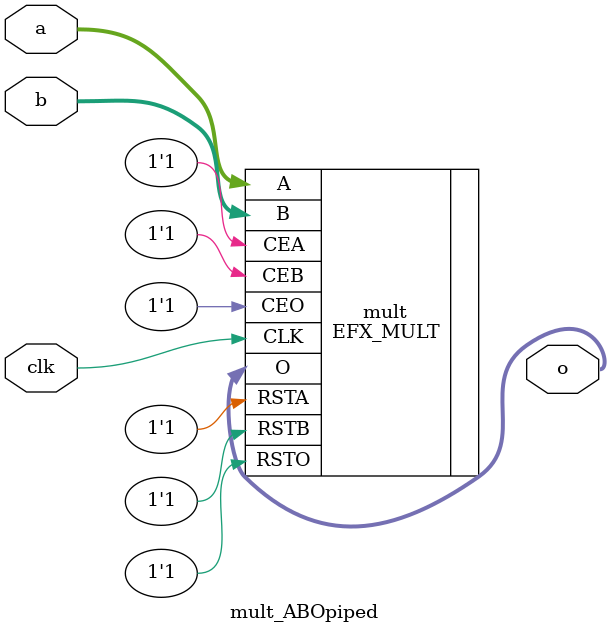
<source format=v>

module mult_ABOpiped (
  input                clk,
  input  signed [17:0] a  ,
  input  signed [17:0] b  ,
  output signed [35:0] o
);

  EFX_MULT #(
    .WIDTH        (18  ),
    .A_REG        (1   ),
    .B_REG        (1   ),
    .O_REG        (1   ),
    .CLK_POLARITY (1'b1),
    .CEA_POLARITY (1'b1),
    .RSTA_POLARITY(1'b0),
    .RSTA_SYNC    (1'b0),
    .RSTA_VALUE   (1'b0),
    .CEB_POLARITY (1'b1),
    .RSTB_POLARITY(1'b0),
    .RSTB_SYNC    (1'b0),
    .RSTB_VALUE   (1'b0),
    .CEO_POLARITY (1'b1),
    .RSTO_POLARITY(1'b0),
    .RSTO_SYNC    (1'b0),
    .RSTO_VALUE   (1'b0)
  ) mult (
    .CLK (clk ),
    .CEA (1'b1),
    .RSTA(1'b1),
    .CEB (1'b1),
    .RSTB(1'b1),
    .CEO (1'b1),
    .RSTO(1'b1),
    .A   (a   ),
    .B   (b   ),
    .O   (o   )
  );

endmodule

</source>
